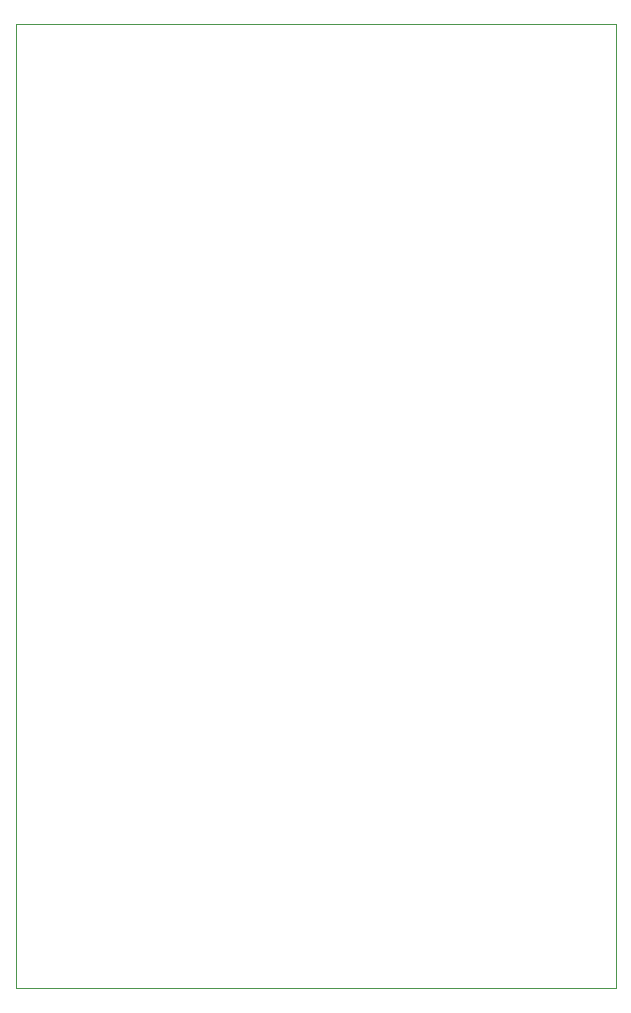
<source format=gbr>
%TF.GenerationSoftware,KiCad,Pcbnew,(6.0.10)*%
%TF.CreationDate,2023-02-23T14:30:16-05:00*%
%TF.ProjectId,rp2040_v0,72703230-3430-45f7-9630-2e6b69636164,rev?*%
%TF.SameCoordinates,Original*%
%TF.FileFunction,Profile,NP*%
%FSLAX46Y46*%
G04 Gerber Fmt 4.6, Leading zero omitted, Abs format (unit mm)*
G04 Created by KiCad (PCBNEW (6.0.10)) date 2023-02-23 14:30:16*
%MOMM*%
%LPD*%
G01*
G04 APERTURE LIST*
%TA.AperFunction,Profile*%
%ADD10C,0.100000*%
%TD*%
G04 APERTURE END LIST*
D10*
X109093000Y-44450000D02*
X159893000Y-44450000D01*
X159893000Y-44450000D02*
X159893000Y-126050000D01*
X159893000Y-126050000D02*
X109093000Y-126050000D01*
X109093000Y-126050000D02*
X109093000Y-44450000D01*
M02*

</source>
